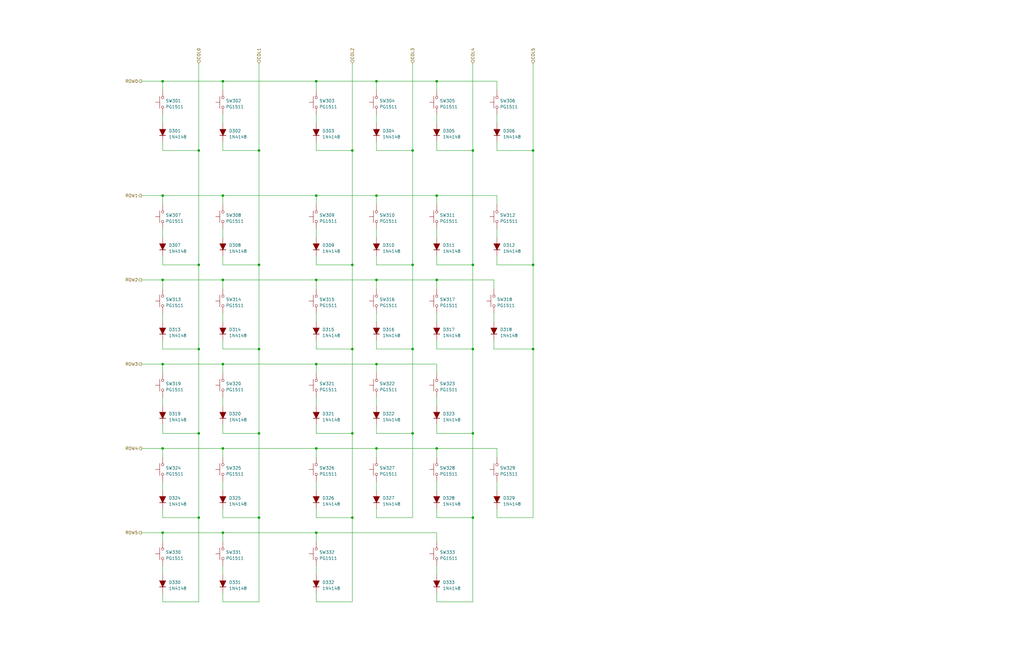
<source format=kicad_sch>
(kicad_sch (version 20230121) (generator eeschema)
  (paper "B")
  (title_block (title "Nifty Numpad") (date "2023-06-10") (rev "${REV}") (comment 1 "Isaac Rex"))
  (lib_symbols
    (symbol "Device:D_Filled" (pin_numbers hide) (pin_names (offset 1.016) hide)
      (property "Reference" "D" (at 0 2.54 0))
      (property "Value" "D_Filled" (at 0 -2.54 0))
      (symbol "D_Filled_0_1"
        (polyline (pts (xy -1.27 1.27) (xy -1.27 -1.27)) (stroke (width 0.254)))
        (polyline (pts (xy 1.27 0) (xy -1.27 0)))
        (polyline (pts (xy 1.27 1.27) (xy 1.27 -1.27) (xy -1.27 0) (xy 1.27 1.27)) (stroke (width 0.254)) (fill (type outline)))
      )
      (symbol "D_Filled_1_1"
        (pin passive line (at -3.81 0 0) (length 2.54) (name "K") (number "1"))
        (pin passive line (at 3.81 0 180) (length 2.54) (name "A") (number "2"))
      )
    )
    (symbol "Switch:SW_Push" (pin_numbers hide) (pin_names (offset 1.016) hide)
      (property "Reference" "SW" (at 1.27 2.54 0))
      (property "Value" "SW_Push" (at 0 -1.524 0))
      (symbol "SW_Push_0_1"
        (circle (center -2.032 0) (radius 0.508))
        (polyline (pts (xy 0 1.27) (xy 0 3.048)))
        (polyline (pts (xy 2.54 1.27) (xy -2.54 1.27)))
        (circle (center 2.032 0) (radius 0.508))
        (pin passive line (at -5.08 0 0) (length 2.54) (name "1") (number "1"))
        (pin passive line (at 5.08 0 180) (length 2.54) (name "2") (number "2"))
      )
    )
  )
  (junction (at 184.15 189.23))
  (junction (at 93.98 224.79))
  (junction (at 184.15 34.29))
  (junction (at 68.58 118.11))
  (junction (at 199.39 147.32))
  (junction (at 173.99 63.5))
  (junction (at 133.35 82.55))
  (junction (at 93.98 82.55))
  (junction (at 83.82 147.32))
  (junction (at 184.15 118.11))
  (junction (at 199.39 111.76))
  (junction (at 109.22 63.5))
  (junction (at 133.35 189.23))
  (junction (at 68.58 153.67))
  (junction (at 83.82 218.44))
  (junction (at 148.59 218.44))
  (junction (at 133.35 118.11))
  (junction (at 148.59 182.88))
  (junction (at 224.79 147.32))
  (junction (at 173.99 182.88))
  (junction (at 158.75 153.67))
  (junction (at 133.35 153.67))
  (junction (at 109.22 218.44))
  (junction (at 224.79 63.5))
  (junction (at 83.82 63.5))
  (junction (at 83.82 111.76))
  (junction (at 133.35 224.79))
  (junction (at 173.99 147.32))
  (junction (at 93.98 34.29))
  (junction (at 93.98 189.23))
  (junction (at 158.75 82.55))
  (junction (at 68.58 82.55))
  (junction (at 83.82 182.88))
  (junction (at 109.22 111.76))
  (junction (at 158.75 189.23))
  (junction (at 109.22 182.88))
  (junction (at 148.59 111.76))
  (junction (at 68.58 224.79))
  (junction (at 184.15 82.55))
  (junction (at 158.75 118.11))
  (junction (at 68.58 189.23))
  (junction (at 133.35 34.29))
  (junction (at 93.98 153.67))
  (junction (at 68.58 34.29))
  (junction (at 158.75 34.29))
  (junction (at 224.79 111.76))
  (junction (at 93.98 118.11))
  (junction (at 199.39 63.5))
  (junction (at 148.59 147.32))
  (junction (at 148.59 63.5))
  (junction (at 109.22 147.32))
  (junction (at 199.39 182.88))
  (junction (at 199.39 218.44))
  (junction (at 173.99 111.76))
  (wire (pts (xy 208.28 118.11) (xy 208.28 121.92)))
  (wire (pts (xy 93.98 82.55) (xy 133.35 82.55)))
  (wire (pts (xy 158.75 82.55) (xy 158.75 86.36)))
  (wire (pts (xy 68.58 167.64) (xy 68.58 171.45)))
  (wire (pts (xy 148.59 147.32) (xy 148.59 182.88)))
  (wire (pts (xy 224.79 26.67) (xy 224.79 63.5)))
  (wire (pts (xy 158.75 143.51) (xy 158.75 147.32)))
  (wire (pts (xy 133.35 153.67) (xy 133.35 157.48)))
  (wire (pts (xy 209.55 34.29) (xy 209.55 38.1)))
  (wire (pts (xy 208.28 143.51) (xy 208.28 147.32)))
  (wire (pts (xy 158.75 118.11) (xy 184.15 118.11)))
  (wire (pts (xy 184.15 189.23) (xy 209.55 189.23)))
  (wire (pts (xy 158.75 96.52) (xy 158.75 100.33)))
  (wire (pts (xy 184.15 132.08) (xy 184.15 135.89)))
  (wire (pts (xy 93.98 179.07) (xy 93.98 182.88)))
  (wire (pts (xy 158.75 189.23) (xy 184.15 189.23)))
  (wire (pts (xy 133.35 153.67) (xy 158.75 153.67)))
  (wire (pts (xy 158.75 132.08) (xy 158.75 135.89)))
  (wire (pts (xy 59.69 224.79) (xy 68.58 224.79)))
  (wire (pts (xy 68.58 157.48) (xy 68.58 153.67)))
  (wire (pts (xy 209.55 214.63) (xy 209.55 218.44)))
  (wire (pts (xy 184.15 179.07) (xy 184.15 182.88)))
  (wire (pts (xy 93.98 147.32) (xy 109.22 147.32)))
  (wire (pts (xy 93.98 143.51) (xy 93.98 147.32)))
  (wire (pts (xy 158.75 182.88) (xy 173.99 182.88)))
  (wire (pts (xy 209.55 218.44) (xy 224.79 218.44)))
  (wire (pts (xy 93.98 107.95) (xy 93.98 111.76)))
  (wire (pts (xy 59.69 118.11) (xy 68.58 118.11)))
  (wire (pts (xy 133.35 34.29) (xy 133.35 38.1)))
  (wire (pts (xy 173.99 26.67) (xy 173.99 63.5)))
  (wire (pts (xy 184.15 214.63) (xy 184.15 218.44)))
  (wire (pts (xy 209.55 48.26) (xy 209.55 52.07)))
  (wire (pts (xy 68.58 214.63) (xy 68.58 218.44)))
  (wire (pts (xy 68.58 179.07) (xy 68.58 182.88)))
  (wire (pts (xy 93.98 118.11) (xy 93.98 121.92)))
  (wire (pts (xy 158.75 48.26) (xy 158.75 52.07)))
  (wire (pts (xy 68.58 107.95) (xy 68.58 111.76)))
  (wire (pts (xy 93.98 182.88) (xy 109.22 182.88)))
  (wire (pts (xy 133.35 238.76) (xy 133.35 242.57)))
  (wire (pts (xy 68.58 143.51) (xy 68.58 147.32)))
  (wire (pts (xy 93.98 203.2) (xy 93.98 207.01)))
  (wire (pts (xy 68.58 82.55) (xy 93.98 82.55)))
  (wire (pts (xy 68.58 48.26) (xy 68.58 52.07)))
  (wire (pts (xy 133.35 179.07) (xy 133.35 182.88)))
  (wire (pts (xy 133.35 96.52) (xy 133.35 100.33)))
  (wire (pts (xy 68.58 34.29) (xy 93.98 34.29)))
  (wire (pts (xy 184.15 118.11) (xy 184.15 121.92)))
  (wire (pts (xy 68.58 59.69) (xy 68.58 63.5)))
  (wire (pts (xy 184.15 224.79) (xy 184.15 228.6)))
  (wire (pts (xy 133.35 254) (xy 148.59 254)))
  (wire (pts (xy 184.15 203.2) (xy 184.15 207.01)))
  (wire (pts (xy 208.28 147.32) (xy 224.79 147.32)))
  (wire (pts (xy 158.75 63.5) (xy 173.99 63.5)))
  (wire (pts (xy 209.55 189.23) (xy 209.55 193.04)))
  (wire (pts (xy 109.22 218.44) (xy 109.22 254)))
  (wire (pts (xy 133.35 107.95) (xy 133.35 111.76)))
  (wire (pts (xy 184.15 238.76) (xy 184.15 242.57)))
  (wire (pts (xy 148.59 182.88) (xy 148.59 218.44)))
  (wire (pts (xy 93.98 111.76) (xy 109.22 111.76)))
  (wire (pts (xy 133.35 63.5) (xy 148.59 63.5)))
  (wire (pts (xy 184.15 147.32) (xy 199.39 147.32)))
  (wire (pts (xy 59.69 82.55) (xy 68.58 82.55)))
  (wire (pts (xy 83.82 147.32) (xy 83.82 182.88)))
  (wire (pts (xy 93.98 214.63) (xy 93.98 218.44)))
  (wire (pts (xy 133.35 214.63) (xy 133.35 218.44)))
  (wire (pts (xy 199.39 111.76) (xy 199.39 147.32)))
  (wire (pts (xy 93.98 34.29) (xy 93.98 38.1)))
  (wire (pts (xy 133.35 250.19) (xy 133.35 254)))
  (wire (pts (xy 68.58 147.32) (xy 83.82 147.32)))
  (wire (pts (xy 133.35 224.79) (xy 133.35 228.6)))
  (wire (pts (xy 93.98 82.55) (xy 93.98 86.36)))
  (wire (pts (xy 59.69 153.67) (xy 68.58 153.67)))
  (wire (pts (xy 133.35 118.11) (xy 133.35 121.92)))
  (wire (pts (xy 68.58 63.5) (xy 83.82 63.5)))
  (wire (pts (xy 133.35 118.11) (xy 158.75 118.11)))
  (wire (pts (xy 83.82 218.44) (xy 83.82 254)))
  (wire (pts (xy 184.15 250.19) (xy 184.15 254)))
  (wire (pts (xy 68.58 228.6) (xy 68.58 224.79)))
  (wire (pts (xy 158.75 214.63) (xy 158.75 218.44)))
  (wire (pts (xy 133.35 189.23) (xy 133.35 193.04)))
  (wire (pts (xy 133.35 59.69) (xy 133.35 63.5)))
  (wire (pts (xy 133.35 218.44) (xy 148.59 218.44)))
  (wire (pts (xy 184.15 167.64) (xy 184.15 171.45)))
  (wire (pts (xy 209.55 82.55) (xy 209.55 86.36)))
  (wire (pts (xy 148.59 218.44) (xy 148.59 254)))
  (wire (pts (xy 158.75 59.69) (xy 158.75 63.5)))
  (wire (pts (xy 68.58 121.92) (xy 68.58 118.11)))
  (wire (pts (xy 68.58 254) (xy 83.82 254)))
  (wire (pts (xy 68.58 189.23) (xy 93.98 189.23)))
  (wire (pts (xy 158.75 111.76) (xy 173.99 111.76)))
  (wire (pts (xy 184.15 59.69) (xy 184.15 63.5)))
  (wire (pts (xy 148.59 26.67) (xy 148.59 63.5)))
  (wire (pts (xy 224.79 147.32) (xy 224.79 218.44)))
  (wire (pts (xy 93.98 153.67) (xy 93.98 157.48)))
  (wire (pts (xy 93.98 224.79) (xy 133.35 224.79)))
  (wire (pts (xy 83.82 111.76) (xy 83.82 147.32)))
  (wire (pts (xy 68.58 218.44) (xy 83.82 218.44)))
  (wire (pts (xy 199.39 218.44) (xy 199.39 254)))
  (wire (pts (xy 109.22 26.67) (xy 109.22 63.5)))
  (wire (pts (xy 93.98 189.23) (xy 93.98 193.04)))
  (wire (pts (xy 184.15 189.23) (xy 184.15 193.04)))
  (wire (pts (xy 68.58 224.79) (xy 93.98 224.79)))
  (wire (pts (xy 184.15 254) (xy 199.39 254)))
  (wire (pts (xy 68.58 132.08) (xy 68.58 135.89)))
  (wire (pts (xy 158.75 34.29) (xy 158.75 38.1)))
  (wire (pts (xy 173.99 182.88) (xy 173.99 218.44)))
  (wire (pts (xy 209.55 107.95) (xy 209.55 111.76)))
  (wire (pts (xy 109.22 111.76) (xy 109.22 147.32)))
  (wire (pts (xy 158.75 82.55) (xy 184.15 82.55)))
  (wire (pts (xy 68.58 118.11) (xy 93.98 118.11)))
  (wire (pts (xy 184.15 118.11) (xy 208.28 118.11)))
  (wire (pts (xy 184.15 63.5) (xy 199.39 63.5)))
  (wire (pts (xy 158.75 203.2) (xy 158.75 207.01)))
  (wire (pts (xy 158.75 189.23) (xy 158.75 193.04)))
  (wire (pts (xy 109.22 147.32) (xy 109.22 182.88)))
  (wire (pts (xy 158.75 147.32) (xy 173.99 147.32)))
  (wire (pts (xy 93.98 189.23) (xy 133.35 189.23)))
  (wire (pts (xy 68.58 86.36) (xy 68.58 82.55)))
  (wire (pts (xy 199.39 26.67) (xy 199.39 63.5)))
  (wire (pts (xy 68.58 153.67) (xy 93.98 153.67)))
  (wire (pts (xy 68.58 193.04) (xy 68.58 189.23)))
  (wire (pts (xy 173.99 111.76) (xy 173.99 147.32)))
  (wire (pts (xy 59.69 34.29) (xy 68.58 34.29)))
  (wire (pts (xy 199.39 147.32) (xy 199.39 182.88)))
  (wire (pts (xy 133.35 203.2) (xy 133.35 207.01)))
  (wire (pts (xy 93.98 118.11) (xy 133.35 118.11)))
  (wire (pts (xy 184.15 48.26) (xy 184.15 52.07)))
  (wire (pts (xy 209.55 96.52) (xy 209.55 100.33)))
  (wire (pts (xy 93.98 254) (xy 109.22 254)))
  (wire (pts (xy 184.15 218.44) (xy 199.39 218.44)))
  (wire (pts (xy 93.98 96.52) (xy 93.98 100.33)))
  (wire (pts (xy 133.35 143.51) (xy 133.35 147.32)))
  (wire (pts (xy 68.58 182.88) (xy 83.82 182.88)))
  (wire (pts (xy 109.22 182.88) (xy 109.22 218.44)))
  (wire (pts (xy 133.35 34.29) (xy 158.75 34.29)))
  (wire (pts (xy 184.15 96.52) (xy 184.15 100.33)))
  (wire (pts (xy 83.82 26.67) (xy 83.82 63.5)))
  (wire (pts (xy 158.75 34.29) (xy 184.15 34.29)))
  (wire (pts (xy 68.58 250.19) (xy 68.58 254)))
  (wire (pts (xy 158.75 153.67) (xy 184.15 153.67)))
  (wire (pts (xy 224.79 63.5) (xy 224.79 111.76)))
  (wire (pts (xy 209.55 59.69) (xy 209.55 63.5)))
  (wire (pts (xy 93.98 167.64) (xy 93.98 171.45)))
  (wire (pts (xy 68.58 38.1) (xy 68.58 34.29)))
  (wire (pts (xy 184.15 143.51) (xy 184.15 147.32)))
  (wire (pts (xy 93.98 63.5) (xy 109.22 63.5)))
  (wire (pts (xy 133.35 224.79) (xy 184.15 224.79)))
  (wire (pts (xy 93.98 218.44) (xy 109.22 218.44)))
  (wire (pts (xy 68.58 203.2) (xy 68.58 207.01)))
  (wire (pts (xy 199.39 182.88) (xy 199.39 218.44)))
  (wire (pts (xy 184.15 34.29) (xy 209.55 34.29)))
  (wire (pts (xy 83.82 63.5) (xy 83.82 111.76)))
  (wire (pts (xy 209.55 111.76) (xy 224.79 111.76)))
  (wire (pts (xy 209.55 63.5) (xy 224.79 63.5)))
  (wire (pts (xy 184.15 111.76) (xy 199.39 111.76)))
  (wire (pts (xy 184.15 153.67) (xy 184.15 157.48)))
  (wire (pts (xy 93.98 224.79) (xy 93.98 228.6)))
  (wire (pts (xy 93.98 153.67) (xy 133.35 153.67)))
  (wire (pts (xy 93.98 250.19) (xy 93.98 254)))
  (wire (pts (xy 93.98 132.08) (xy 93.98 135.89)))
  (wire (pts (xy 133.35 82.55) (xy 158.75 82.55)))
  (wire (pts (xy 158.75 218.44) (xy 173.99 218.44)))
  (wire (pts (xy 93.98 238.76) (xy 93.98 242.57)))
  (wire (pts (xy 184.15 182.88) (xy 199.39 182.88)))
  (wire (pts (xy 93.98 34.29) (xy 133.35 34.29)))
  (wire (pts (xy 184.15 107.95) (xy 184.15 111.76)))
  (wire (pts (xy 158.75 118.11) (xy 158.75 121.92)))
  (wire (pts (xy 158.75 107.95) (xy 158.75 111.76)))
  (wire (pts (xy 158.75 153.67) (xy 158.75 157.48)))
  (wire (pts (xy 133.35 182.88) (xy 148.59 182.88)))
  (wire (pts (xy 148.59 111.76) (xy 148.59 147.32)))
  (wire (pts (xy 133.35 167.64) (xy 133.35 171.45)))
  (wire (pts (xy 184.15 34.29) (xy 184.15 38.1)))
  (wire (pts (xy 68.58 238.76) (xy 68.58 242.57)))
  (wire (pts (xy 133.35 82.55) (xy 133.35 86.36)))
  (wire (pts (xy 158.75 179.07) (xy 158.75 182.88)))
  (wire (pts (xy 109.22 63.5) (xy 109.22 111.76)))
  (wire (pts (xy 133.35 48.26) (xy 133.35 52.07)))
  (wire (pts (xy 59.69 189.23) (xy 68.58 189.23)))
  (wire (pts (xy 133.35 111.76) (xy 148.59 111.76)))
  (wire (pts (xy 93.98 48.26) (xy 93.98 52.07)))
  (wire (pts (xy 133.35 147.32) (xy 148.59 147.32)))
  (wire (pts (xy 184.15 82.55) (xy 209.55 82.55)))
  (wire (pts (xy 83.82 182.88) (xy 83.82 218.44)))
  (wire (pts (xy 224.79 111.76) (xy 224.79 147.32)))
  (wire (pts (xy 133.35 189.23) (xy 158.75 189.23)))
  (wire (pts (xy 133.35 132.08) (xy 133.35 135.89)))
  (wire (pts (xy 208.28 132.08) (xy 208.28 135.89)))
  (wire (pts (xy 68.58 111.76) (xy 83.82 111.76)))
  (wire (pts (xy 173.99 63.5) (xy 173.99 111.76)))
  (wire (pts (xy 199.39 63.5) (xy 199.39 111.76)))
  (wire (pts (xy 158.75 167.64) (xy 158.75 171.45)))
  (wire (pts (xy 93.98 59.69) (xy 93.98 63.5)))
  (wire (pts (xy 209.55 203.2) (xy 209.55 207.01)))
  (wire (pts (xy 173.99 147.32) (xy 173.99 182.88)))
  (wire (pts (xy 148.59 63.5) (xy 148.59 111.76)))
  (wire (pts (xy 68.58 96.52) (xy 68.58 100.33)))
  (wire (pts (xy 184.15 82.55) (xy 184.15 86.36)))
  (hierarchical_label "COL2" (shape input) (at 148.59 26.67 90))
  (hierarchical_label "ROW1" (shape output) (at 59.69 82.55 180))
  (hierarchical_label "ROW3" (shape output) (at 59.69 153.67 180))
  (hierarchical_label "COL5" (shape input) (at 224.79 26.67 90))
  (hierarchical_label "ROW2" (shape output) (at 59.69 118.11 180))
  (hierarchical_label "COL0" (shape input) (at 83.82 26.67 90))
  (hierarchical_label "ROW4" (shape output) (at 59.69 189.23 180))
  (hierarchical_label "ROW0" (shape output) (at 59.69 34.29 180))
  (hierarchical_label "COL4" (shape input) (at 199.39 26.67 90))
  (hierarchical_label "ROW5" (shape output) (at 59.69 224.79 180))
  (hierarchical_label "COL3" (shape input) (at 173.99 26.67 90))
  (hierarchical_label "COL1" (shape input) (at 109.22 26.67 90))
  (symbol (lib_id "Switch:SW_Push") (at 158.75 162.56 90) (unit 1)
    (property "Reference" "SW322" (at 160.02 161.925 90) (effects (justify right)))
    (property "Value" "PG1511" (at 160.02 164.465 90) (effects (justify right)))
    (property "Footprint" "PCM_Switch_Keyboard_Hotswap_Kailh:SW_Hotswap_Kailh_MX_1.00u" (effects hide))
    (property "Datasheet" "https://www.kailhswitch.com/Content/upload/pdf/202215927/CPG151101S11-16.pdf?rnd=543" (effects hide))
    (property "LCSC" "C5156480" (effects hide))
  )
  (symbol (lib_id "Switch:SW_Push") (at 93.98 91.44 90) (unit 1)
    (property "Reference" "SW308" (at 95.25 90.805 90) (effects (justify right)))
    (property "Value" "PG1511" (at 95.25 93.345 90) (effects (justify right)))
    (property "Footprint" "PCM_Switch_Keyboard_Hotswap_Kailh:SW_Hotswap_Kailh_MX_1.00u" (effects hide))
    (property "Datasheet" "https://www.kailhswitch.com/Content/upload/pdf/202215927/CPG151101S11-16.pdf?rnd=543" (effects hide))
    (property "LCSC" "C5156480" (effects hide))
  )
  (symbol (lib_id "Device:D_Filled") (at 209.55 104.14 90) (unit 1)
    (property "Reference" "D312" (at 212.09 103.505 90) (effects (justify right)))
    (property "Value" "1N4148" (at 212.09 106.045 90) (effects (justify right)))
    (property "Footprint" "Diode_SMD:D_SOD-123" (effects hide))
    (property "Datasheet" "https://media.digikey.com/pdf/Data%20Sheets/Anbon%20Semi%20PDFs/1N4148W.pdf" (effects hide))
    (property "Sim.Device" "D" (effects hide))
    (property "Sim.Pins" "1=K 2=A" (effects hide))
    (property "DigiKey PN" "4530-1N4148WCT-ND" (effects hide))
    (property "LCSC" "C444720" (effects hide))
  )
  (symbol (lib_id "Switch:SW_Push") (at 68.58 91.44 90) (unit 1)
    (property "Reference" "SW307" (at 69.85 90.805 90) (effects (justify right)))
    (property "Value" "PG1511" (at 69.85 93.345 90) (effects (justify right)))
    (property "Footprint" "PCM_Switch_Keyboard_Hotswap_Kailh:SW_Hotswap_Kailh_MX_1.00u" (effects hide))
    (property "Datasheet" "https://www.kailhswitch.com/Content/upload/pdf/202215927/CPG151101S11-16.pdf?rnd=543" (effects hide))
    (property "LCSC" "C5156480" (effects hide))
  )
  (symbol (lib_id "Device:D_Filled") (at 133.35 175.26 90) (unit 1)
    (property "Reference" "D321" (at 135.89 174.625 90) (effects (justify right)))
    (property "Value" "1N4148" (at 135.89 177.165 90) (effects (justify right)))
    (property "Footprint" "Diode_SMD:D_SOD-123" (effects hide))
    (property "Datasheet" "https://media.digikey.com/pdf/Data%20Sheets/Anbon%20Semi%20PDFs/1N4148W.pdf" (effects hide))
    (property "Sim.Device" "D" (effects hide))
    (property "Sim.Pins" "1=K 2=A" (effects hide))
    (property "DigiKey PN" "4530-1N4148WCT-ND" (effects hide))
    (property "LCSC" "C444720" (effects hide))
  )
  (symbol (lib_id "Switch:SW_Push") (at 93.98 127 90) (unit 1)
    (property "Reference" "SW314" (at 95.25 126.365 90) (effects (justify right)))
    (property "Value" "PG1511" (at 95.25 128.905 90) (effects (justify right)))
    (property "Footprint" "PCM_Switch_Keyboard_Hotswap_Kailh:SW_Hotswap_Kailh_MX_1.00u" (effects hide))
    (property "Datasheet" "https://www.kailhswitch.com/Content/upload/pdf/202215927/CPG151101S11-16.pdf?rnd=543" (effects hide))
    (property "LCSC" "C5156480" (effects hide))
  )
  (symbol (lib_id "Switch:SW_Push") (at 68.58 127 90) (unit 1)
    (property "Reference" "SW313" (at 69.85 126.365 90) (effects (justify right)))
    (property "Value" "PG1511" (at 69.85 128.905 90) (effects (justify right)))
    (property "Footprint" "PCM_Switch_Keyboard_Hotswap_Kailh:SW_Hotswap_Kailh_MX_1.00u" (effects hide))
    (property "Datasheet" "https://www.kailhswitch.com/Content/upload/pdf/202215927/CPG151101S11-16.pdf?rnd=543" (effects hide))
    (property "LCSC" "C5156480" (effects hide))
  )
  (symbol (lib_id "Switch:SW_Push") (at 184.15 198.12 90) (unit 1)
    (property "Reference" "SW328" (at 185.42 197.485 90) (effects (justify right)))
    (property "Value" "PG1511" (at 185.42 200.025 90) (effects (justify right)))
    (property "Footprint" "PCM_Switch_Keyboard_Hotswap_Kailh:SW_Hotswap_Kailh_MX_1.00u" (effects hide))
    (property "Datasheet" "https://www.kailhswitch.com/Content/upload/pdf/202215927/CPG151101S11-16.pdf?rnd=543" (effects hide))
    (property "LCSC" "C5156480" (effects hide))
  )
  (symbol (lib_id "Device:D_Filled") (at 209.55 55.88 90) (unit 1)
    (property "Reference" "D306" (at 212.09 55.245 90) (effects (justify right)))
    (property "Value" "1N4148" (at 212.09 57.785 90) (effects (justify right)))
    (property "Footprint" "Diode_SMD:D_SOD-123" (effects hide))
    (property "Datasheet" "https://media.digikey.com/pdf/Data%20Sheets/Anbon%20Semi%20PDFs/1N4148W.pdf" (effects hide))
    (property "Sim.Device" "D" (effects hide))
    (property "Sim.Pins" "1=K 2=A" (effects hide))
    (property "DigiKey PN" "4530-1N4148WCT-ND" (effects hide))
    (property "LCSC" "C444720" (effects hide))
  )
  (symbol (lib_id "Switch:SW_Push") (at 184.15 233.68 90) (unit 1)
    (property "Reference" "SW333" (at 185.42 233.045 90) (effects (justify right)))
    (property "Value" "PG1511" (at 185.42 235.585 90) (effects (justify right)))
    (property "Footprint" "PCM_Switch_Keyboard_Hotswap_Kailh:SW_Hotswap_Kailh_MX_1.00u" (effects hide))
    (property "Datasheet" "https://www.kailhswitch.com/Content/upload/pdf/202215927/CPG151101S11-16.pdf?rnd=543" (effects hide))
    (property "LCSC" "C5156480" (effects hide))
  )
  (symbol (lib_id "Device:D_Filled") (at 68.58 139.7 90) (unit 1)
    (property "Reference" "D313" (at 71.12 139.065 90) (effects (justify right)))
    (property "Value" "1N4148" (at 71.12 141.605 90) (effects (justify right)))
    (property "Footprint" "Diode_SMD:D_SOD-123" (effects hide))
    (property "Datasheet" "https://media.digikey.com/pdf/Data%20Sheets/Anbon%20Semi%20PDFs/1N4148W.pdf" (effects hide))
    (property "Sim.Device" "D" (effects hide))
    (property "Sim.Pins" "1=K 2=A" (effects hide))
    (property "DigiKey PN" "4530-1N4148WCT-ND" (effects hide))
    (property "LCSC" "C444720" (effects hide))
  )
  (symbol (lib_id "Switch:SW_Push") (at 133.35 43.18 90) (unit 1)
    (property "Reference" "SW303" (at 134.62 42.545 90) (effects (justify right)))
    (property "Value" "PG1511" (at 134.62 45.085 90) (effects (justify right)))
    (property "Footprint" "PCM_Switch_Keyboard_Hotswap_Kailh:SW_Hotswap_Kailh_MX_1.00u" (effects hide))
    (property "Datasheet" "https://www.kailhswitch.com/Content/upload/pdf/202215927/CPG151101S11-16.pdf?rnd=543" (effects hide))
    (property "LCSC" "C5156480" (effects hide))
  )
  (symbol (lib_id "Switch:SW_Push") (at 133.35 127 90) (unit 1)
    (property "Reference" "SW315" (at 134.62 126.365 90) (effects (justify right)))
    (property "Value" "PG1511" (at 134.62 128.905 90) (effects (justify right)))
    (property "Footprint" "PCM_Switch_Keyboard_Hotswap_Kailh:SW_Hotswap_Kailh_MX_1.00u" (effects hide))
    (property "Datasheet" "https://www.kailhswitch.com/Content/upload/pdf/202215927/CPG151101S11-16.pdf?rnd=543" (effects hide))
    (property "LCSC" "C5156480" (effects hide))
  )
  (symbol (lib_id "Switch:SW_Push") (at 133.35 91.44 90) (unit 1)
    (property "Reference" "SW309" (at 134.62 90.805 90) (effects (justify right)))
    (property "Value" "PG1511" (at 134.62 93.345 90) (effects (justify right)))
    (property "Footprint" "PCM_Switch_Keyboard_Hotswap_Kailh:SW_Hotswap_Kailh_MX_1.00u" (effects hide))
    (property "Datasheet" "https://www.kailhswitch.com/Content/upload/pdf/202215927/CPG151101S11-16.pdf?rnd=543" (effects hide))
    (property "LCSC" "C5156480" (effects hide))
  )
  (symbol (lib_id "Device:D_Filled") (at 93.98 139.7 90) (unit 1)
    (property "Reference" "D314" (at 96.52 139.065 90) (effects (justify right)))
    (property "Value" "1N4148" (at 96.52 141.605 90) (effects (justify right)))
    (property "Footprint" "Diode_SMD:D_SOD-123" (effects hide))
    (property "Datasheet" "https://media.digikey.com/pdf/Data%20Sheets/Anbon%20Semi%20PDFs/1N4148W.pdf" (effects hide))
    (property "Sim.Device" "D" (effects hide))
    (property "Sim.Pins" "1=K 2=A" (effects hide))
    (property "DigiKey PN" "4530-1N4148WCT-ND" (effects hide))
    (property "LCSC" "C444720" (effects hide))
  )
  (symbol (lib_id "Switch:SW_Push") (at 184.15 43.18 90) (unit 1)
    (property "Reference" "SW305" (at 185.42 42.545 90) (effects (justify right)))
    (property "Value" "PG1511" (at 185.42 45.085 90) (effects (justify right)))
    (property "Footprint" "PCM_Switch_Keyboard_Hotswap_Kailh:SW_Hotswap_Kailh_MX_1.00u" (effects hide))
    (property "Datasheet" "https://www.kailhswitch.com/Content/upload/pdf/202215927/CPG151101S11-16.pdf?rnd=543" (effects hide))
    (property "LCSC" "C5156480" (effects hide))
  )
  (symbol (lib_id "Device:D_Filled") (at 68.58 55.88 90) (unit 1)
    (property "Reference" "D301" (at 71.12 55.245 90) (effects (justify right)))
    (property "Value" "1N4148" (at 71.12 57.785 90) (effects (justify right)))
    (property "Footprint" "Diode_SMD:D_SOD-123" (effects hide))
    (property "Datasheet" "https://media.digikey.com/pdf/Data%20Sheets/Anbon%20Semi%20PDFs/1N4148W.pdf" (effects hide))
    (property "Sim.Device" "D" (effects hide))
    (property "Sim.Pins" "1=K 2=A" (effects hide))
    (property "DigiKey PN" "4530-1N4148WCT-ND" (effects hide))
    (property "LCSC" "C444720" (effects hide))
  )
  (symbol (lib_id "Switch:SW_Push") (at 93.98 162.56 90) (unit 1)
    (property "Reference" "SW320" (at 95.25 161.925 90) (effects (justify right)))
    (property "Value" "PG1511" (at 95.25 164.465 90) (effects (justify right)))
    (property "Footprint" "PCM_Switch_Keyboard_Hotswap_Kailh:SW_Hotswap_Kailh_MX_1.00u" (effects hide))
    (property "Datasheet" "https://www.kailhswitch.com/Content/upload/pdf/202215927/CPG151101S11-16.pdf?rnd=543" (effects hide))
    (property "LCSC" "C5156480" (effects hide))
  )
  (symbol (lib_id "Switch:SW_Push") (at 209.55 91.44 90) (unit 1)
    (property "Reference" "SW312" (at 210.82 90.805 90) (effects (justify right)))
    (property "Value" "PG1511" (at 210.82 93.345 90) (effects (justify right)))
    (property "Footprint" "PCM_Switch_Keyboard_Hotswap_Kailh:SW_Hotswap_Kailh_MX_1.00u" (effects hide))
    (property "Datasheet" "https://www.kailhswitch.com/Content/upload/pdf/202215927/CPG151101S11-16.pdf?rnd=543" (effects hide))
    (property "LCSC" "C5156480" (effects hide))
  )
  (symbol (lib_id "Device:D_Filled") (at 68.58 210.82 90) (unit 1)
    (property "Reference" "D324" (at 71.12 210.185 90) (effects (justify right)))
    (property "Value" "1N4148" (at 71.12 212.725 90) (effects (justify right)))
    (property "Footprint" "Diode_SMD:D_SOD-123" (effects hide))
    (property "Datasheet" "https://media.digikey.com/pdf/Data%20Sheets/Anbon%20Semi%20PDFs/1N4148W.pdf" (effects hide))
    (property "Sim.Device" "D" (effects hide))
    (property "Sim.Pins" "1=K 2=A" (effects hide))
    (property "DigiKey PN" "4530-1N4148WCT-ND" (effects hide))
    (property "LCSC" "C444720" (effects hide))
  )
  (symbol (lib_id "Switch:SW_Push") (at 208.28 127 90) (unit 1)
    (property "Reference" "SW318" (at 209.55 126.365 90) (effects (justify right)))
    (property "Value" "PG1511" (at 209.55 128.905 90) (effects (justify right)))
    (property "Footprint" "PCM_Switch_Keyboard_Hotswap_Kailh:SW_Hotswap_Kailh_MX_2.00u_90deg" (effects hide))
    (property "Datasheet" "https://www.kailhswitch.com/Content/upload/pdf/202215927/CPG151101S11-16.pdf?rnd=543" (effects hide))
    (property "LCSC" "C5156480" (effects hide))
  )
  (symbol (lib_id "Switch:SW_Push") (at 209.55 198.12 90) (unit 1)
    (property "Reference" "SW329" (at 210.82 197.485 90) (effects (justify right)))
    (property "Value" "PG1511" (at 210.82 200.025 90) (effects (justify right)))
    (property "Footprint" "PCM_Switch_Keyboard_Hotswap_Kailh:SW_Hotswap_Kailh_MX_2.00u_90deg" (effects hide))
    (property "Datasheet" "https://www.kailhswitch.com/Content/upload/pdf/202215927/CPG151101S11-16.pdf?rnd=543" (effects hide))
    (property "LCSC" "C5156480" (effects hide))
  )
  (symbol (lib_id "Device:D_Filled") (at 184.15 104.14 90) (unit 1)
    (property "Reference" "D311" (at 186.69 103.505 90) (effects (justify right)))
    (property "Value" "1N4148" (at 186.69 106.045 90) (effects (justify right)))
    (property "Footprint" "Diode_SMD:D_SOD-123" (effects hide))
    (property "Datasheet" "https://media.digikey.com/pdf/Data%20Sheets/Anbon%20Semi%20PDFs/1N4148W.pdf" (effects hide))
    (property "Sim.Device" "D" (effects hide))
    (property "Sim.Pins" "1=K 2=A" (effects hide))
    (property "DigiKey PN" "4530-1N4148WCT-ND" (effects hide))
    (property "LCSC" "C444720" (effects hide))
  )
  (symbol (lib_id "Switch:SW_Push") (at 133.35 198.12 90) (unit 1)
    (property "Reference" "SW326" (at 134.62 197.485 90) (effects (justify right)))
    (property "Value" "PG1511" (at 134.62 200.025 90) (effects (justify right)))
    (property "Footprint" "PCM_Switch_Keyboard_Hotswap_Kailh:SW_Hotswap_Kailh_MX_1.00u" (effects hide))
    (property "Datasheet" "https://www.kailhswitch.com/Content/upload/pdf/202215927/CPG151101S11-16.pdf?rnd=543" (effects hide))
    (property "LCSC" "C5156480" (effects hide))
  )
  (symbol (lib_id "Switch:SW_Push") (at 209.55 43.18 90) (unit 1)
    (property "Reference" "SW306" (at 210.82 42.545 90) (effects (justify right)))
    (property "Value" "PG1511" (at 210.82 45.085 90) (effects (justify right)))
    (property "Footprint" "PCM_Switch_Keyboard_Hotswap_Kailh:SW_Hotswap_Kailh_MX_1.00u" (effects hide))
    (property "Datasheet" "https://www.kailhswitch.com/Content/upload/pdf/202215927/CPG151101S11-16.pdf?rnd=543" (effects hide))
    (property "LCSC" "C5156480" (effects hide))
  )
  (symbol (lib_id "Device:D_Filled") (at 93.98 210.82 90) (unit 1)
    (property "Reference" "D325" (at 96.52 210.185 90) (effects (justify right)))
    (property "Value" "1N4148" (at 96.52 212.725 90) (effects (justify right)))
    (property "Footprint" "Diode_SMD:D_SOD-123" (effects hide))
    (property "Datasheet" "https://media.digikey.com/pdf/Data%20Sheets/Anbon%20Semi%20PDFs/1N4148W.pdf" (effects hide))
    (property "Sim.Device" "D" (effects hide))
    (property "Sim.Pins" "1=K 2=A" (effects hide))
    (property "DigiKey PN" "4530-1N4148WCT-ND" (effects hide))
    (property "LCSC" "C444720" (effects hide))
  )
  (symbol (lib_id "Device:D_Filled") (at 133.35 246.38 90) (unit 1)
    (property "Reference" "D332" (at 135.89 245.745 90) (effects (justify right)))
    (property "Value" "1N4148" (at 135.89 248.285 90) (effects (justify right)))
    (property "Footprint" "Diode_SMD:D_SOD-123" (effects hide))
    (property "Datasheet" "https://media.digikey.com/pdf/Data%20Sheets/Anbon%20Semi%20PDFs/1N4148W.pdf" (effects hide))
    (property "Sim.Device" "D" (effects hide))
    (property "Sim.Pins" "1=K 2=A" (effects hide))
    (property "DigiKey PN" "4530-1N4148WCT-ND" (effects hide))
    (property "LCSC" "C444720" (effects hide))
  )
  (symbol (lib_id "Device:D_Filled") (at 184.15 139.7 90) (unit 1)
    (property "Reference" "D317" (at 186.69 139.065 90) (effects (justify right)))
    (property "Value" "1N4148" (at 186.69 141.605 90) (effects (justify right)))
    (property "Footprint" "Diode_SMD:D_SOD-123" (effects hide))
    (property "Datasheet" "https://media.digikey.com/pdf/Data%20Sheets/Anbon%20Semi%20PDFs/1N4148W.pdf" (effects hide))
    (property "Sim.Device" "D" (effects hide))
    (property "Sim.Pins" "1=K 2=A" (effects hide))
    (property "DigiKey PN" "4530-1N4148WCT-ND" (effects hide))
    (property "LCSC" "C444720" (effects hide))
  )
  (symbol (lib_id "Device:D_Filled") (at 93.98 55.88 90) (unit 1)
    (property "Reference" "D302" (at 96.52 55.245 90) (effects (justify right)))
    (property "Value" "1N4148" (at 96.52 57.785 90) (effects (justify right)))
    (property "Footprint" "Diode_SMD:D_SOD-123" (effects hide))
    (property "Datasheet" "https://media.digikey.com/pdf/Data%20Sheets/Anbon%20Semi%20PDFs/1N4148W.pdf" (effects hide))
    (property "Sim.Device" "D" (effects hide))
    (property "Sim.Pins" "1=K 2=A" (effects hide))
    (property "DigiKey PN" "4530-1N4148WCT-ND" (effects hide))
    (property "LCSC" "C444720" (effects hide))
  )
  (symbol (lib_id "Switch:SW_Push") (at 93.98 233.68 90) (unit 1)
    (property "Reference" "SW331" (at 95.25 233.045 90) (effects (justify right)))
    (property "Value" "PG1511" (at 95.25 235.585 90) (effects (justify right)))
    (property "Footprint" "PCM_Switch_Keyboard_Hotswap_Kailh:SW_Hotswap_Kailh_MX_1.00u" (effects hide))
    (property "Datasheet" "https://www.kailhswitch.com/Content/upload/pdf/202215927/CPG151101S11-16.pdf?rnd=543" (effects hide))
    (property "LCSC" "C5156480" (effects hide))
  )
  (symbol (lib_id "Device:D_Filled") (at 184.15 210.82 90) (unit 1)
    (property "Reference" "D328" (at 186.69 210.185 90) (effects (justify right)))
    (property "Value" "1N4148" (at 186.69 212.725 90) (effects (justify right)))
    (property "Footprint" "Diode_SMD:D_SOD-123" (effects hide))
    (property "Datasheet" "https://media.digikey.com/pdf/Data%20Sheets/Anbon%20Semi%20PDFs/1N4148W.pdf" (effects hide))
    (property "Sim.Device" "D" (effects hide))
    (property "Sim.Pins" "1=K 2=A" (effects hide))
    (property "DigiKey PN" "4530-1N4148WCT-ND" (effects hide))
    (property "LCSC" "C444720" (effects hide))
  )
  (symbol (lib_id "Device:D_Filled") (at 184.15 175.26 90) (unit 1)
    (property "Reference" "D323" (at 186.69 174.625 90) (effects (justify right)))
    (property "Value" "1N4148" (at 186.69 177.165 90) (effects (justify right)))
    (property "Footprint" "Diode_SMD:D_SOD-123" (effects hide))
    (property "Datasheet" "https://media.digikey.com/pdf/Data%20Sheets/Anbon%20Semi%20PDFs/1N4148W.pdf" (effects hide))
    (property "Sim.Device" "D" (effects hide))
    (property "Sim.Pins" "1=K 2=A" (effects hide))
    (property "DigiKey PN" "4530-1N4148WCT-ND" (effects hide))
    (property "LCSC" "C444720" (effects hide))
  )
  (symbol (lib_id "Switch:SW_Push") (at 68.58 233.68 90) (unit 1)
    (property "Reference" "SW330" (at 69.85 233.045 90) (effects (justify right)))
    (property "Value" "PG1511" (at 69.85 235.585 90) (effects (justify right)))
    (property "Footprint" "PCM_Switch_Keyboard_Hotswap_Kailh:SW_Hotswap_Kailh_MX_1.00u" (effects hide))
    (property "Datasheet" "https://www.kailhswitch.com/Content/upload/pdf/202215927/CPG151101S11-16.pdf?rnd=543" (effects hide))
    (property "LCSC" "C5156480" (effects hide))
  )
  (symbol (lib_id "Device:D_Filled") (at 68.58 104.14 90) (unit 1)
    (property "Reference" "D307" (at 71.12 103.505 90) (effects (justify right)))
    (property "Value" "1N4148" (at 71.12 106.045 90) (effects (justify right)))
    (property "Footprint" "Diode_SMD:D_SOD-123" (effects hide))
    (property "Datasheet" "https://media.digikey.com/pdf/Data%20Sheets/Anbon%20Semi%20PDFs/1N4148W.pdf" (effects hide))
    (property "Sim.Device" "D" (effects hide))
    (property "Sim.Pins" "1=K 2=A" (effects hide))
    (property "DigiKey PN" "4530-1N4148WCT-ND" (effects hide))
    (property "LCSC" "C444720" (effects hide))
  )
  (symbol (lib_id "Device:D_Filled") (at 93.98 104.14 90) (unit 1)
    (property "Reference" "D308" (at 96.52 103.505 90) (effects (justify right)))
    (property "Value" "1N4148" (at 96.52 106.045 90) (effects (justify right)))
    (property "Footprint" "Diode_SMD:D_SOD-123" (effects hide))
    (property "Datasheet" "https://media.digikey.com/pdf/Data%20Sheets/Anbon%20Semi%20PDFs/1N4148W.pdf" (effects hide))
    (property "Sim.Device" "D" (effects hide))
    (property "Sim.Pins" "1=K 2=A" (effects hide))
    (property "DigiKey PN" "4530-1N4148WCT-ND" (effects hide))
    (property "LCSC" "C444720" (effects hide))
  )
  (symbol (lib_id "Switch:SW_Push") (at 184.15 127 90) (unit 1)
    (property "Reference" "SW317" (at 185.42 126.365 90) (effects (justify right)))
    (property "Value" "PG1511" (at 185.42 128.905 90) (effects (justify right)))
    (property "Footprint" "PCM_Switch_Keyboard_Hotswap_Kailh:SW_Hotswap_Kailh_MX_1.00u" (effects hide))
    (property "Datasheet" "https://www.kailhswitch.com/Content/upload/pdf/202215927/CPG151101S11-16.pdf?rnd=543" (effects hide))
    (property "LCSC" "C5156480" (effects hide))
  )
  (symbol (lib_id "Switch:SW_Push") (at 68.58 43.18 90) (unit 1)
    (property "Reference" "SW301" (at 69.85 42.545 90) (effects (justify right)))
    (property "Value" "PG1511" (at 69.85 45.085 90) (effects (justify right)))
    (property "Footprint" "PCM_Switch_Keyboard_Hotswap_Kailh:SW_Hotswap_Kailh_MX_1.00u" (effects hide))
    (property "Datasheet" "https://www.kailhswitch.com/Content/upload/pdf/202215927/CPG151101S11-16.pdf?rnd=543" (effects hide))
    (property "LCSC" "C5156480" (effects hide))
  )
  (symbol (lib_id "Device:D_Filled") (at 133.35 55.88 90) (unit 1)
    (property "Reference" "D303" (at 135.89 55.245 90) (effects (justify right)))
    (property "Value" "1N4148" (at 135.89 57.785 90) (effects (justify right)))
    (property "Footprint" "Diode_SMD:D_SOD-123" (effects hide))
    (property "Datasheet" "https://media.digikey.com/pdf/Data%20Sheets/Anbon%20Semi%20PDFs/1N4148W.pdf" (effects hide))
    (property "Sim.Device" "D" (effects hide))
    (property "Sim.Pins" "1=K 2=A" (effects hide))
    (property "DigiKey PN" "4530-1N4148WCT-ND" (effects hide))
    (property "LCSC" "C444720" (effects hide))
  )
  (symbol (lib_id "Switch:SW_Push") (at 133.35 162.56 90) (unit 1)
    (property "Reference" "SW321" (at 134.62 161.925 90) (effects (justify right)))
    (property "Value" "PG1511" (at 134.62 164.465 90) (effects (justify right)))
    (property "Footprint" "PCM_Switch_Keyboard_Hotswap_Kailh:SW_Hotswap_Kailh_MX_1.00u" (effects hide))
    (property "Datasheet" "https://www.kailhswitch.com/Content/upload/pdf/202215927/CPG151101S11-16.pdf?rnd=543" (effects hide))
    (property "LCSC" "C5156480" (effects hide))
  )
  (symbol (lib_id "Switch:SW_Push") (at 93.98 43.18 90) (unit 1)
    (property "Reference" "SW302" (at 95.25 42.545 90) (effects (justify right)))
    (property "Value" "PG1511" (at 95.25 45.085 90) (effects (justify right)))
    (property "Footprint" "PCM_Switch_Keyboard_Hotswap_Kailh:SW_Hotswap_Kailh_MX_1.00u" (effects hide))
    (property "Datasheet" "https://www.kailhswitch.com/Content/upload/pdf/202215927/CPG151101S11-16.pdf?rnd=543" (effects hide))
    (property "LCSC" "C5156480" (effects hide))
  )
  (symbol (lib_id "Switch:SW_Push") (at 158.75 127 90) (unit 1)
    (property "Reference" "SW316" (at 160.02 126.365 90) (effects (justify right)))
    (property "Value" "PG1511" (at 160.02 128.905 90) (effects (justify right)))
    (property "Footprint" "PCM_Switch_Keyboard_Hotswap_Kailh:SW_Hotswap_Kailh_MX_1.00u" (effects hide))
    (property "Datasheet" "https://www.kailhswitch.com/Content/upload/pdf/202215927/CPG151101S11-16.pdf?rnd=543" (effects hide))
    (property "LCSC" "C5156480" (effects hide))
  )
  (symbol (lib_id "Device:D_Filled") (at 158.75 175.26 90) (unit 1)
    (property "Reference" "D322" (at 161.29 174.625 90) (effects (justify right)))
    (property "Value" "1N4148" (at 161.29 177.165 90) (effects (justify right)))
    (property "Footprint" "Diode_SMD:D_SOD-123" (effects hide))
    (property "Datasheet" "https://media.digikey.com/pdf/Data%20Sheets/Anbon%20Semi%20PDFs/1N4148W.pdf" (effects hide))
    (property "Sim.Device" "D" (effects hide))
    (property "Sim.Pins" "1=K 2=A" (effects hide))
    (property "DigiKey PN" "4530-1N4148WCT-ND" (effects hide))
    (property "LCSC" "C444720" (effects hide))
  )
  (symbol (lib_id "Switch:SW_Push") (at 68.58 162.56 90) (unit 1)
    (property "Reference" "SW319" (at 69.85 161.925 90) (effects (justify right)))
    (property "Value" "PG1511" (at 69.85 164.465 90) (effects (justify right)))
    (property "Footprint" "PCM_Switch_Keyboard_Hotswap_Kailh:SW_Hotswap_Kailh_MX_1.00u" (effects hide))
    (property "Datasheet" "https://www.kailhswitch.com/Content/upload/pdf/202215927/CPG151101S11-16.pdf?rnd=543" (effects hide))
    (property "LCSC" "C5156480" (effects hide))
  )
  (symbol (lib_id "Device:D_Filled") (at 184.15 55.88 90) (unit 1)
    (property "Reference" "D305" (at 186.69 55.245 90) (effects (justify right)))
    (property "Value" "1N4148" (at 186.69 57.785 90) (effects (justify right)))
    (property "Footprint" "Diode_SMD:D_SOD-123" (effects hide))
    (property "Datasheet" "https://media.digikey.com/pdf/Data%20Sheets/Anbon%20Semi%20PDFs/1N4148W.pdf" (effects hide))
    (property "Sim.Device" "D" (effects hide))
    (property "Sim.Pins" "1=K 2=A" (effects hide))
    (property "DigiKey PN" "4530-1N4148WCT-ND" (effects hide))
    (property "LCSC" "C444720" (effects hide))
  )
  (symbol (lib_id "Device:D_Filled") (at 133.35 210.82 90) (unit 1)
    (property "Reference" "D326" (at 135.89 210.185 90) (effects (justify right)))
    (property "Value" "1N4148" (at 135.89 212.725 90) (effects (justify right)))
    (property "Footprint" "Diode_SMD:D_SOD-123" (effects hide))
    (property "Datasheet" "https://media.digikey.com/pdf/Data%20Sheets/Anbon%20Semi%20PDFs/1N4148W.pdf" (effects hide))
    (property "Sim.Device" "D" (effects hide))
    (property "Sim.Pins" "1=K 2=A" (effects hide))
    (property "DigiKey PN" "4530-1N4148WCT-ND" (effects hide))
    (property "LCSC" "C444720" (effects hide))
  )
  (symbol (lib_id "Device:D_Filled") (at 68.58 175.26 90) (unit 1)
    (property "Reference" "D319" (at 71.12 174.625 90) (effects (justify right)))
    (property "Value" "1N4148" (at 71.12 177.165 90) (effects (justify right)))
    (property "Footprint" "Diode_SMD:D_SOD-123" (effects hide))
    (property "Datasheet" "https://media.digikey.com/pdf/Data%20Sheets/Anbon%20Semi%20PDFs/1N4148W.pdf" (effects hide))
    (property "Sim.Device" "D" (effects hide))
    (property "Sim.Pins" "1=K 2=A" (effects hide))
    (property "DigiKey PN" "4530-1N4148WCT-ND" (effects hide))
    (property "LCSC" "C444720" (effects hide))
  )
  (symbol (lib_id "Device:D_Filled") (at 208.28 139.7 90) (unit 1)
    (property "Reference" "D318" (at 210.82 139.065 90) (effects (justify right)))
    (property "Value" "1N4148" (at 210.82 141.605 90) (effects (justify right)))
    (property "Footprint" "Diode_SMD:D_SOD-123" (effects hide))
    (property "Datasheet" "https://media.digikey.com/pdf/Data%20Sheets/Anbon%20Semi%20PDFs/1N4148W.pdf" (effects hide))
    (property "Sim.Device" "D" (effects hide))
    (property "Sim.Pins" "1=K 2=A" (effects hide))
    (property "DigiKey PN" "4530-1N4148WCT-ND" (effects hide))
    (property "LCSC" "C444720" (effects hide))
  )
  (symbol (lib_id "Device:D_Filled") (at 184.15 246.38 90) (unit 1)
    (property "Reference" "D333" (at 186.69 245.745 90) (effects (justify right)))
    (property "Value" "1N4148" (at 186.69 248.285 90) (effects (justify right)))
    (property "Footprint" "Diode_SMD:D_SOD-123" (effects hide))
    (property "Datasheet" "https://media.digikey.com/pdf/Data%20Sheets/Anbon%20Semi%20PDFs/1N4148W.pdf" (effects hide))
    (property "Sim.Device" "D" (effects hide))
    (property "Sim.Pins" "1=K 2=A" (effects hide))
    (property "DigiKey PN" "4530-1N4148WCT-ND" (effects hide))
    (property "LCSC" "C444720" (effects hide))
  )
  (symbol (lib_id "Device:D_Filled") (at 209.55 210.82 90) (unit 1)
    (property "Reference" "D329" (at 212.09 210.185 90) (effects (justify right)))
    (property "Value" "1N4148" (at 212.09 212.725 90) (effects (justify right)))
    (property "Footprint" "Diode_SMD:D_SOD-123" (effects hide))
    (property "Datasheet" "https://media.digikey.com/pdf/Data%20Sheets/Anbon%20Semi%20PDFs/1N4148W.pdf" (effects hide))
    (property "Sim.Device" "D" (effects hide))
    (property "Sim.Pins" "1=K 2=A" (effects hide))
    (property "DigiKey PN" "4530-1N4148WCT-ND" (effects hide))
    (property "LCSC" "C444720" (effects hide))
  )
  (symbol (lib_id "Switch:SW_Push") (at 158.75 91.44 90) (unit 1)
    (property "Reference" "SW310" (at 160.02 90.805 90) (effects (justify right)))
    (property "Value" "PG1511" (at 160.02 93.345 90) (effects (justify right)))
    (property "Footprint" "PCM_Switch_Keyboard_Hotswap_Kailh:SW_Hotswap_Kailh_MX_1.00u" (effects hide))
    (property "Datasheet" "https://www.kailhswitch.com/Content/upload/pdf/202215927/CPG151101S11-16.pdf?rnd=543" (effects hide))
    (property "LCSC" "C5156480" (effects hide))
  )
  (symbol (lib_id "Switch:SW_Push") (at 184.15 162.56 90) (unit 1)
    (property "Reference" "SW323" (at 185.42 161.925 90) (effects (justify right)))
    (property "Value" "PG1511" (at 185.42 164.465 90) (effects (justify right)))
    (property "Footprint" "PCM_Switch_Keyboard_Hotswap_Kailh:SW_Hotswap_Kailh_MX_1.00u" (effects hide))
    (property "Datasheet" "https://www.kailhswitch.com/Content/upload/pdf/202215927/CPG151101S11-16.pdf?rnd=543" (effects hide))
    (property "LCSC" "C5156480" (effects hide))
  )
  (symbol (lib_id "Switch:SW_Push") (at 184.15 91.44 90) (unit 1)
    (property "Reference" "SW311" (at 185.42 90.805 90) (effects (justify right)))
    (property "Value" "PG1511" (at 185.42 93.345 90) (effects (justify right)))
    (property "Footprint" "PCM_Switch_Keyboard_Hotswap_Kailh:SW_Hotswap_Kailh_MX_1.00u" (effects hide))
    (property "Datasheet" "https://www.kailhswitch.com/Content/upload/pdf/202215927/CPG151101S11-16.pdf?rnd=543" (effects hide))
    (property "LCSC" "C5156480" (effects hide))
  )
  (symbol (lib_id "Device:D_Filled") (at 158.75 55.88 90) (unit 1)
    (property "Reference" "D304" (at 161.29 55.245 90) (effects (justify right)))
    (property "Value" "1N4148" (at 161.29 57.785 90) (effects (justify right)))
    (property "Footprint" "Diode_SMD:D_SOD-123" (effects hide))
    (property "Datasheet" "https://media.digikey.com/pdf/Data%20Sheets/Anbon%20Semi%20PDFs/1N4148W.pdf" (effects hide))
    (property "Sim.Device" "D" (effects hide))
    (property "Sim.Pins" "1=K 2=A" (effects hide))
    (property "DigiKey PN" "4530-1N4148WCT-ND" (effects hide))
    (property "LCSC" "C444720" (effects hide))
  )
  (symbol (lib_id "Device:D_Filled") (at 158.75 210.82 90) (unit 1)
    (property "Reference" "D327" (at 161.29 210.185 90) (effects (justify right)))
    (property "Value" "1N4148" (at 161.29 212.725 90) (effects (justify right)))
    (property "Footprint" "Diode_SMD:D_SOD-123" (effects hide))
    (property "Datasheet" "https://media.digikey.com/pdf/Data%20Sheets/Anbon%20Semi%20PDFs/1N4148W.pdf" (effects hide))
    (property "Sim.Device" "D" (effects hide))
    (property "Sim.Pins" "1=K 2=A" (effects hide))
    (property "DigiKey PN" "4530-1N4148WCT-ND" (effects hide))
    (property "LCSC" "C444720" (effects hide))
  )
  (symbol (lib_id "Switch:SW_Push") (at 68.58 198.12 90) (unit 1)
    (property "Reference" "SW324" (at 69.85 197.485 90) (effects (justify right)))
    (property "Value" "PG1511" (at 69.85 200.025 90) (effects (justify right)))
    (property "Footprint" "PCM_Switch_Keyboard_Hotswap_Kailh:SW_Hotswap_Kailh_MX_1.00u" (effects hide))
    (property "Datasheet" "https://www.kailhswitch.com/Content/upload/pdf/202215927/CPG151101S11-16.pdf?rnd=543" (effects hide))
    (property "LCSC" "C5156480" (effects hide))
  )
  (symbol (lib_id "Device:D_Filled") (at 158.75 104.14 90) (unit 1)
    (property "Reference" "D310" (at 161.29 103.505 90) (effects (justify right)))
    (property "Value" "1N4148" (at 161.29 106.045 90) (effects (justify right)))
    (property "Footprint" "Diode_SMD:D_SOD-123" (effects hide))
    (property "Datasheet" "https://media.digikey.com/pdf/Data%20Sheets/Anbon%20Semi%20PDFs/1N4148W.pdf" (effects hide))
    (property "Sim.Device" "D" (effects hide))
    (property "Sim.Pins" "1=K 2=A" (effects hide))
    (property "DigiKey PN" "4530-1N4148WCT-ND" (effects hide))
    (property "LCSC" "C444720" (effects hide))
  )
  (symbol (lib_id "Device:D_Filled") (at 93.98 246.38 90) (unit 1)
    (property "Reference" "D331" (at 96.52 245.745 90) (effects (justify right)))
    (property "Value" "1N4148" (at 96.52 248.285 90) (effects (justify right)))
    (property "Footprint" "Diode_SMD:D_SOD-123" (effects hide))
    (property "Datasheet" "https://media.digikey.com/pdf/Data%20Sheets/Anbon%20Semi%20PDFs/1N4148W.pdf" (effects hide))
    (property "Sim.Device" "D" (effects hide))
    (property "Sim.Pins" "1=K 2=A" (effects hide))
    (property "DigiKey PN" "4530-1N4148WCT-ND" (effects hide))
    (property "LCSC" "C444720" (effects hide))
  )
  (symbol (lib_id "Device:D_Filled") (at 133.35 104.14 90) (unit 1)
    (property "Reference" "D309" (at 135.89 103.505 90) (effects (justify right)))
    (property "Value" "1N4148" (at 135.89 106.045 90) (effects (justify right)))
    (property "Footprint" "Diode_SMD:D_SOD-123" (effects hide))
    (property "Datasheet" "https://media.digikey.com/pdf/Data%20Sheets/Anbon%20Semi%20PDFs/1N4148W.pdf" (effects hide))
    (property "Sim.Device" "D" (effects hide))
    (property "Sim.Pins" "1=K 2=A" (effects hide))
    (property "DigiKey PN" "4530-1N4148WCT-ND" (effects hide))
    (property "LCSC" "C444720" (effects hide))
  )
  (symbol (lib_id "Device:D_Filled") (at 68.58 246.38 90) (unit 1)
    (property "Reference" "D330" (at 71.12 245.745 90) (effects (justify right)))
    (property "Value" "1N4148" (at 71.12 248.285 90) (effects (justify right)))
    (property "Footprint" "Diode_SMD:D_SOD-123" (effects hide))
    (property "Datasheet" "https://media.digikey.com/pdf/Data%20Sheets/Anbon%20Semi%20PDFs/1N4148W.pdf" (effects hide))
    (property "Sim.Device" "D" (effects hide))
    (property "Sim.Pins" "1=K 2=A" (effects hide))
    (property "DigiKey PN" "4530-1N4148WCT-ND" (effects hide))
    (property "LCSC" "C444720" (effects hide))
  )
  (symbol (lib_id "Switch:SW_Push") (at 93.98 198.12 90) (unit 1)
    (property "Reference" "SW325" (at 95.25 197.485 90) (effects (justify right)))
    (property "Value" "PG1511" (at 95.25 200.025 90) (effects (justify right)))
    (property "Footprint" "PCM_Switch_Keyboard_Hotswap_Kailh:SW_Hotswap_Kailh_MX_1.00u" (effects hide))
    (property "Datasheet" "https://www.kailhswitch.com/Content/upload/pdf/202215927/CPG151101S11-16.pdf?rnd=543" (effects hide))
    (property "LCSC" "C5156480" (effects hide))
  )
  (symbol (lib_id "Device:D_Filled") (at 93.98 175.26 90) (unit 1)
    (property "Reference" "D320" (at 96.52 174.625 90) (effects (justify right)))
    (property "Value" "1N4148" (at 96.52 177.165 90) (effects (justify right)))
    (property "Footprint" "Diode_SMD:D_SOD-123" (effects hide))
    (property "Datasheet" "https://media.digikey.com/pdf/Data%20Sheets/Anbon%20Semi%20PDFs/1N4148W.pdf" (effects hide))
    (property "Sim.Device" "D" (effects hide))
    (property "Sim.Pins" "1=K 2=A" (effects hide))
    (property "DigiKey PN" "4530-1N4148WCT-ND" (effects hide))
    (property "LCSC" "C444720" (effects hide))
  )
  (symbol (lib_id "Device:D_Filled") (at 158.75 139.7 90) (unit 1)
    (property "Reference" "D316" (at 161.29 139.065 90) (effects (justify right)))
    (property "Value" "1N4148" (at 161.29 141.605 90) (effects (justify right)))
    (property "Footprint" "Diode_SMD:D_SOD-123" (effects hide))
    (property "Datasheet" "https://media.digikey.com/pdf/Data%20Sheets/Anbon%20Semi%20PDFs/1N4148W.pdf" (effects hide))
    (property "Sim.Device" "D" (effects hide))
    (property "Sim.Pins" "1=K 2=A" (effects hide))
    (property "DigiKey PN" "4530-1N4148WCT-ND" (effects hide))
    (property "LCSC" "C444720" (effects hide))
  )
  (symbol (lib_id "Switch:SW_Push") (at 158.75 43.18 90) (unit 1)
    (property "Reference" "SW304" (at 160.02 42.545 90) (effects (justify right)))
    (property "Value" "PG1511" (at 160.02 45.085 90) (effects (justify right)))
    (property "Footprint" "PCM_Switch_Keyboard_Hotswap_Kailh:SW_Hotswap_Kailh_MX_1.00u" (effects hide))
    (property "Datasheet" "https://www.kailhswitch.com/Content/upload/pdf/202215927/CPG151101S11-16.pdf?rnd=543" (effects hide))
    (property "LCSC" "C5156480" (effects hide))
  )
  (symbol (lib_id "Device:D_Filled") (at 133.35 139.7 90) (unit 1)
    (property "Reference" "D315" (at 135.89 139.065 90) (effects (justify right)))
    (property "Value" "1N4148" (at 135.89 141.605 90) (effects (justify right)))
    (property "Footprint" "Diode_SMD:D_SOD-123" (effects hide))
    (property "Datasheet" "https://media.digikey.com/pdf/Data%20Sheets/Anbon%20Semi%20PDFs/1N4148W.pdf" (effects hide))
    (property "Sim.Device" "D" (effects hide))
    (property "Sim.Pins" "1=K 2=A" (effects hide))
    (property "DigiKey PN" "4530-1N4148WCT-ND" (effects hide))
    (property "LCSC" "C444720" (effects hide))
  )
  (symbol (lib_id "Switch:SW_Push") (at 133.35 233.68 90) (unit 1)
    (property "Reference" "SW332" (at 134.62 233.045 90) (effects (justify right)))
    (property "Value" "PG1511" (at 134.62 235.585 90) (effects (justify right)))
    (property "Footprint" "PCM_Switch_Keyboard_Hotswap_Kailh:SW_Hotswap_Kailh_MX_2.00u" (effects hide))
    (property "Datasheet" "https://www.kailhswitch.com/Content/upload/pdf/202215927/CPG151101S11-16.pdf?rnd=543" (effects hide))
    (property "LCSC" "C5156480" (effects hide))
  )
  (symbol (lib_id "Switch:SW_Push") (at 158.75 198.12 90) (unit 1)
    (property "Reference" "SW327" (at 160.02 197.485 90) (effects (justify right)))
    (property "Value" "PG1511" (at 160.02 200.025 90) (effects (justify right)))
    (property "Footprint" "PCM_Switch_Keyboard_Hotswap_Kailh:SW_Hotswap_Kailh_MX_1.00u" (effects hide))
    (property "Datasheet" "https://www.kailhswitch.com/Content/upload/pdf/202215927/CPG151101S11-16.pdf?rnd=543" (effects hide))
    (property "LCSC" "C5156480" (effects hide))
  )
)
</source>
